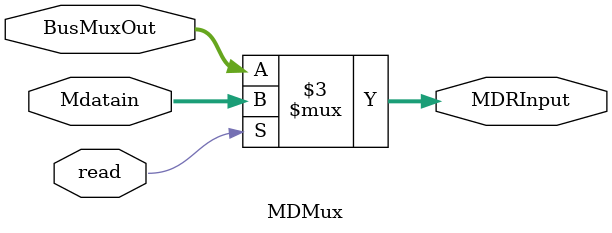
<source format=v>
module MDMux(MDRInput, BusMuxOut, Mdatain, read);
    output reg [31:0] MDRInput;
    input [31:0] BusMuxOut, Mdatain;
    input read;
    
    always
    begin
        if (read)
            MDRInput <= Mdatain;
        else
            MDRInput <= BusMuxOut;
    end
	 
endmodule
</source>
